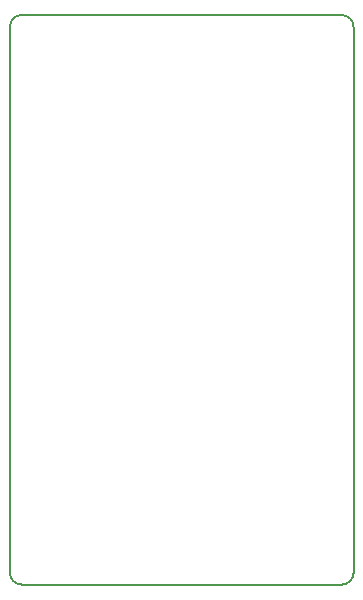
<source format=gbr>
G04 #@! TF.GenerationSoftware,KiCad,Pcbnew,(5.0.0)*
G04 #@! TF.CreationDate,2020-12-16T12:49:42+00:00*
G04 #@! TF.ProjectId,ESP-V,4553502D562E6B696361645F70636200,rev?*
G04 #@! TF.SameCoordinates,Original*
G04 #@! TF.FileFunction,Profile,NP*
%FSLAX46Y46*%
G04 Gerber Fmt 4.6, Leading zero omitted, Abs format (unit mm)*
G04 Created by KiCad (PCBNEW (5.0.0)) date 12/16/20 12:49:42*
%MOMM*%
%LPD*%
G01*
G04 APERTURE LIST*
%ADD10C,0.200000*%
G04 APERTURE END LIST*
D10*
X88900000Y-77530000D02*
G75*
G02X89900000Y-76530000I1000000J0D01*
G01*
X117000000Y-76530000D02*
G75*
G02X118000000Y-77530000I0J-1000000D01*
G01*
X118000000Y-123750000D02*
G75*
G02X117000000Y-124750000I-1000000J0D01*
G01*
X89900000Y-124750000D02*
G75*
G02X88900000Y-123750000I0J1000000D01*
G01*
X88900000Y-77530000D02*
X88900000Y-123750000D01*
X117000000Y-76530000D02*
X89900000Y-76530000D01*
X118000000Y-123750000D02*
X118000000Y-77530000D01*
X89900000Y-124750000D02*
X117000000Y-124750000D01*
M02*

</source>
